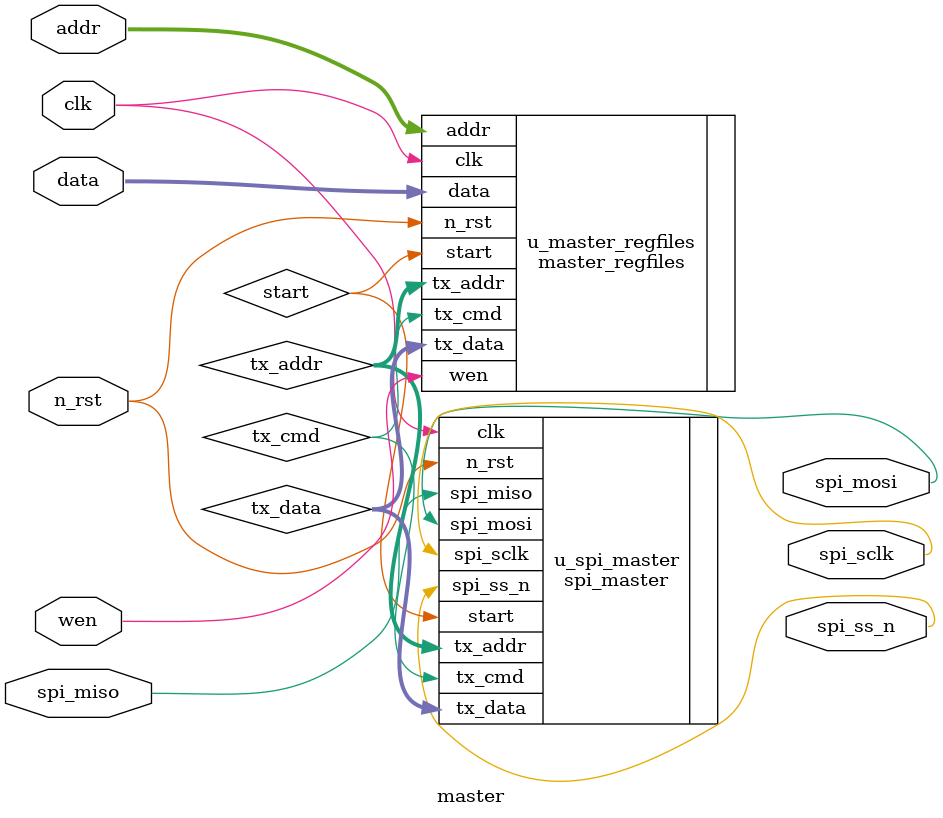
<source format=v>
module master (
    clk,
    n_rst,

	addr,
	wen,
	data,
	
    spi_sclk,
    spi_mosi,
    spi_miso,
    spi_ss_n
);

input 		clk;
input 		n_rst;

input  [7:0] 	addr;
input 			wen;
input  [7:0]	data;

output 		spi_sclk;
output 		spi_mosi;
input  		spi_miso;
output 		spi_ss_n;

wire 		start;
wire 		tx_cmd;
wire [1:0]      tx_addr;
wire [2:0]	tx_data;

master_regfiles u_master_regfiles (
    .clk(clk), 
	.n_rst(n_rst),

	.addr(addr),
	.wen(wen),
	.data(data),

    .start(start),
	.tx_cmd(tx_cmd),
	.tx_addr(tx_addr),
	.tx_data(tx_data)
);

spi_master u_spi_master (
    .clk(clk), 
	.n_rst(n_rst),

    .start(start),
	.tx_cmd(tx_cmd),
	.tx_addr(tx_addr),
	.tx_data(tx_data),
	
    .spi_sclk(spi_sclk),
    .spi_mosi(spi_mosi),
    .spi_miso(spi_miso),
    .spi_ss_n(spi_ss_n)
);

endmodule


</source>
